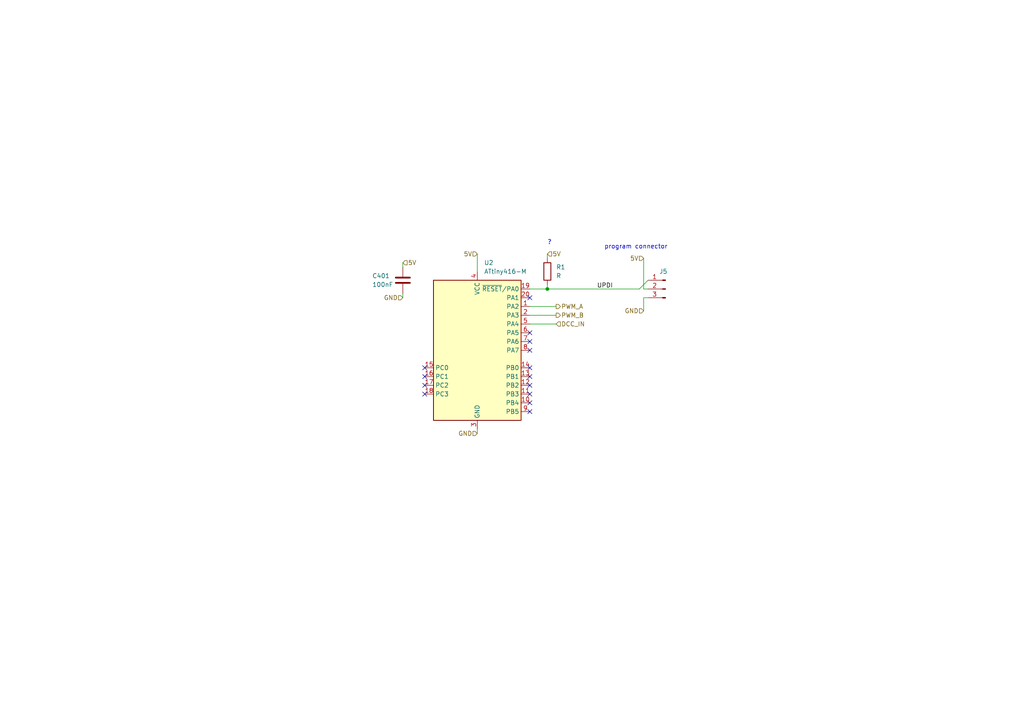
<source format=kicad_sch>
(kicad_sch (version 20230121) (generator eeschema)
  (paper "A4")
  (lib_symbols
    (symbol "Connector:Conn_01x03_Pin" (pin_names (offset 1.016) hide)
      (property "Reference" "J" (at 0 5.08 0))
      (property "Value" "Conn_01x03_Pin" (at 0 -5.08 0))
      (symbol "Conn_01x03_Pin_1_1"
        (polyline (pts (xy 1.27 -2.54) (xy 0.8636 -2.54)) (stroke (width 0.1524)))
        (polyline (pts (xy 1.27 0) (xy 0.8636 0)) (stroke (width 0.1524)))
        (polyline (pts (xy 1.27 2.54) (xy 0.8636 2.54)) (stroke (width 0.1524)))
        (rectangle (start 0.8636 -2.413) (end 0 -2.667) (stroke (width 0.1524)) (fill (type outline)))
        (rectangle (start 0.8636 0.127) (end 0 -0.127) (stroke (width 0.1524)) (fill (type outline)))
        (rectangle (start 0.8636 2.667) (end 0 2.413) (stroke (width 0.1524)) (fill (type outline)))
        (pin passive line (at 5.08 2.54 180) (length 3.81) (name "Pin_1") (number "1"))
        (pin passive line (at 5.08 0 180) (length 3.81) (name "Pin_2") (number "2"))
        (pin passive line (at 5.08 -2.54 180) (length 3.81) (name "Pin_3") (number "3"))
      )
    )
    (symbol "Device:C" (pin_numbers hide) (pin_names (offset 0.254))
      (property "Reference" "C" (at 0.635 2.54 0))
      (property "Value" "C" (at 0.635 -2.54 0))
      (symbol "C_0_1"
        (polyline (pts (xy -2.032 -0.762) (xy 2.032 -0.762)) (stroke (width 0.508)))
        (polyline (pts (xy -2.032 0.762) (xy 2.032 0.762)) (stroke (width 0.508)))
      )
      (symbol "C_1_1"
        (pin passive line (at 0 3.81 270) (length 2.794) (name "~") (number "1"))
        (pin passive line (at 0 -3.81 90) (length 2.794) (name "~") (number "2"))
      )
    )
    (symbol "Device:R" (pin_numbers hide) (pin_names (offset 0))
      (property "Reference" "R" (at 2.032 0 90))
      (property "Value" "R" (at 0 0 90))
      (symbol "R_0_1"
        (rectangle (start -1.016 -2.54) (end 1.016 2.54) (stroke (width 0.254)))
      )
      (symbol "R_1_1"
        (pin passive line (at 0 3.81 270) (length 1.27) (name "~") (number "1"))
        (pin passive line (at 0 -3.81 90) (length 1.27) (name "~") (number "2"))
      )
    )
    (symbol "MCU_Microchip_ATtiny:ATtiny416-M"
      (property "Reference" "U" (at -12.7 21.59 0))
      (property "Value" "ATtiny416-M" (at 2.54 -21.59 0))
      (symbol "ATtiny416-M_0_1"
        (rectangle (start -12.7 -20.32) (end 12.7 20.32) (stroke (width 0.254)) (fill (type background)))
      )
      (symbol "ATtiny416-M_1_1"
        (pin bidirectional line (at 15.24 12.7 180) (length 2.54) (name "PA2") (number "1"))
        (pin bidirectional line (at 15.24 -15.24 180) (length 2.54) (name "PB4") (number "10"))
        (pin bidirectional line (at 15.24 -12.7 180) (length 2.54) (name "PB3") (number "11"))
        (pin bidirectional line (at 15.24 -10.16 180) (length 2.54) (name "PB2") (number "12"))
        (pin bidirectional line (at 15.24 -7.62 180) (length 2.54) (name "PB1") (number "13"))
        (pin bidirectional line (at 15.24 -5.08 180) (length 2.54) (name "PB0") (number "14"))
        (pin bidirectional line (at -15.24 -5.08 0) (length 2.54) (name "PC0") (number "15"))
        (pin bidirectional line (at -15.24 -7.62 0) (length 2.54) (name "PC1") (number "16"))
        (pin bidirectional line (at -15.24 -10.16 0) (length 2.54) (name "PC2") (number "17"))
        (pin bidirectional line (at -15.24 -12.7 0) (length 2.54) (name "PC3") (number "18"))
        (pin bidirectional line (at 15.24 17.78 180) (length 2.54) (name "~{RESET}/PA0") (number "19"))
        (pin bidirectional line (at 15.24 10.16 180) (length 2.54) (name "PA3") (number "2"))
        (pin bidirectional line (at 15.24 15.24 180) (length 2.54) (name "PA1") (number "20"))
        (pin passive line (at 0 -22.86 90) (length 2.54) hide (name "GND") (number "21"))
        (pin power_in line (at 0 -22.86 90) (length 2.54) (name "GND") (number "3"))
        (pin power_in line (at 0 22.86 270) (length 2.54) (name "VCC") (number "4"))
        (pin bidirectional line (at 15.24 7.62 180) (length 2.54) (name "PA4") (number "5"))
        (pin bidirectional line (at 15.24 5.08 180) (length 2.54) (name "PA5") (number "6"))
        (pin bidirectional line (at 15.24 2.54 180) (length 2.54) (name "PA6") (number "7"))
        (pin bidirectional line (at 15.24 0 180) (length 2.54) (name "PA7") (number "8"))
        (pin bidirectional line (at 15.24 -17.78 180) (length 2.54) (name "PB5") (number "9"))
      )
    )
  )
  (junction (at 158.75 83.82))
  (no_connect (at 153.67 111.76))
  (no_connect (at 153.67 101.6))
  (no_connect (at 123.19 111.76))
  (no_connect (at 123.19 109.22))
  (no_connect (at 153.67 106.68))
  (no_connect (at 123.19 106.68))
  (no_connect (at 153.67 114.3))
  (no_connect (at 153.67 116.84))
  (no_connect (at 153.67 96.52))
  (no_connect (at 153.67 86.36))
  (no_connect (at 153.67 99.06))
  (no_connect (at 153.67 119.38))
  (no_connect (at 153.67 109.22))
  (no_connect (at 123.19 114.3))
  (wire (pts (xy 158.75 83.82) (xy 158.75 82.55)))
  (wire (pts (xy 116.84 85.09) (xy 116.84 86.36)))
  (wire (pts (xy 153.67 93.98) (xy 161.29 93.98)))
  (wire (pts (xy 186.69 90.17) (xy 186.69 86.36)))
  (wire (pts (xy 138.43 124.46) (xy 138.43 125.73)))
  (wire (pts (xy 158.75 83.82) (xy 185.42 83.82)))
  (wire (pts (xy 158.75 73.66) (xy 158.75 74.93)))
  (wire (pts (xy 186.69 83.82) (xy 187.96 83.82)))
  (wire (pts (xy 153.67 91.44) (xy 161.29 91.44)))
  (wire (pts (xy 138.43 73.66) (xy 138.43 78.74)))
  (wire (pts (xy 153.67 88.9) (xy 161.29 88.9)))
  (wire (pts (xy 186.69 86.36) (xy 187.96 86.36)))
  (wire (pts (xy 116.84 76.2) (xy 116.84 77.47)))
  (wire (pts (xy 186.69 74.93) (xy 186.69 83.82)))
  (wire (pts (xy 153.67 83.82) (xy 158.75 83.82)))
  (wire (pts (xy 185.42 83.82) (xy 187.96 81.28)))
  (text "?" (at 158.75 71.12 0) (effects (font (size 1.27 1.27)) (justify left bottom)))
  (text "program connector" (at 175.26 72.39 0) (effects (font (size 1.27 1.27)) (justify left bottom)))
  (label "UPDI" (at 177.8 83.82 180))
  (hierarchical_label "PWM_B" (shape output) (at 161.29 91.44 0))
  (hierarchical_label "PWM_A" (shape output) (at 161.29 88.9 0))
  (hierarchical_label "GND" (shape input) (at 116.84 86.36 180))
  (hierarchical_label "GND" (shape input) (at 138.43 125.73 180))
  (hierarchical_label "5V" (shape input) (at 186.69 74.93 180))
  (hierarchical_label "DCC_IN" (shape input) (at 161.29 93.98 0))
  (hierarchical_label "GND" (shape input) (at 186.69 90.17 180))
  (hierarchical_label "5V" (shape input) (at 116.84 76.2 0))
  (hierarchical_label "5V" (shape input) (at 138.43 73.66 180))
  (hierarchical_label "5V" (shape input) (at 158.75 73.66 0))
  (symbol (lib_id "Device:C") (at 116.84 81.28 180) (unit 1)
    (property "Reference" "C401" (at 107.95 80.0131 0) (effects (justify right)))
    (property "Value" "100nF" (at 107.95 82.55 0) (effects (justify right)))
    (property "Footprint" "Capacitor_SMD:C_0402_1005Metric" (effects hide))
    (property "JLCPCB Part#" "C14663" (effects hide))
    (instances (project "LoPiTS" (path "" (reference "C401") (unit 1)) (path "" (reference "C2") (unit 1))))
  )
  (symbol (lib_id "Device:R") (at 158.75 78.74 0) (unit 1)
    (property "Reference" "R1" (at 161.29 77.47 0) (effects (justify left)))
    (property "Value" "R" (at 161.29 80.01 0) (effects (justify left)))
    (property "Footprint" "Resistor_SMD:R_0402_1005Metric" (effects hide))
  )
  (symbol (lib_id "MCU_Microchip_ATtiny:ATtiny416-M") (at 138.43 101.6 0) (unit 1)
    (property "Reference" "U2" (at 140.3859 76.2 0) (effects (justify left)))
    (property "Value" "ATtiny416-M" (at 140.3859 78.74 0) (effects (justify left)))
    (property "Footprint" "Package_DFN_QFN:VQFN-20-1EP_3x3mm_P0.4mm_EP1.7x1.7mm" (effects hide))
    (property "Datasheet" "http://ww1.microchip.com/downloads/en/DeviceDoc/40001913A.pdf" (effects hide))
  )
  (symbol (lib_id "Connector:Conn_01x03_Pin") (at 193.04 83.82 0) (mirror y) (unit 1)
    (property "Reference" "J5" (at 192.405 78.74 0))
    (property "Value" "Conn_01x03_Pin" (effects hide))
    (property "Footprint" "Connector_PinHeader_1.27mm:PinHeader_1x03_P1.27mm_Vertical" (effects hide))
  )
)
</source>
